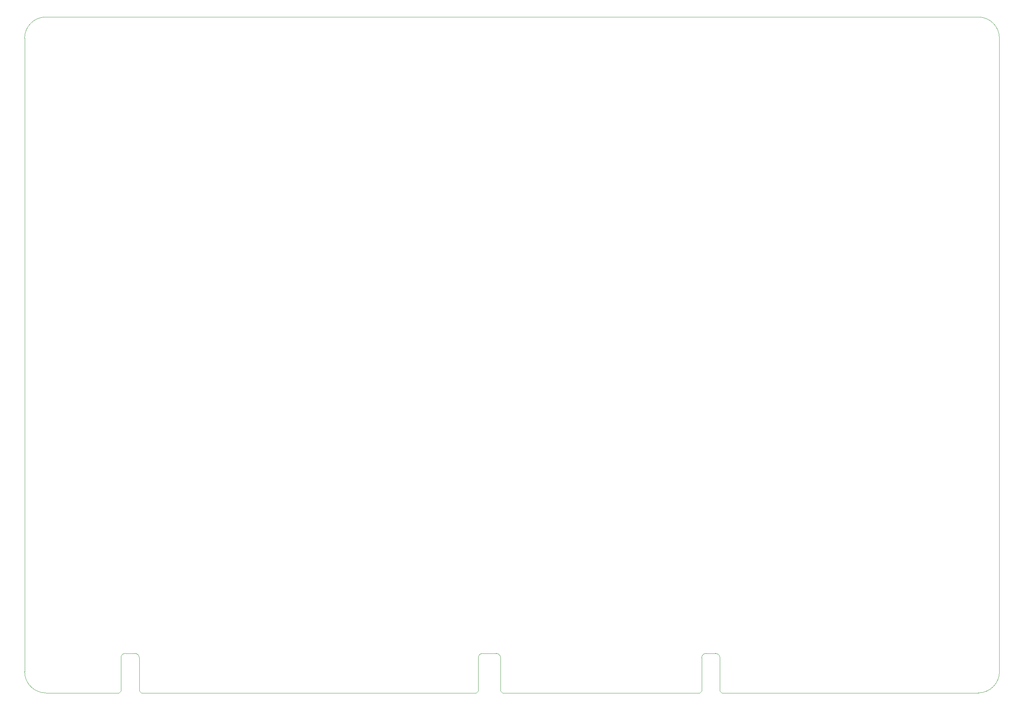
<source format=gm1>
%TF.GenerationSoftware,KiCad,Pcbnew,9.0.7-9.0.7~ubuntu24.04.1*%
%TF.CreationDate,2026-01-19T10:41:10+02:00*%
%TF.ProjectId,Coprocessor Board - Main,436f7072-6f63-4657-9373-6f7220426f61,V0*%
%TF.SameCoordinates,Original*%
%TF.FileFunction,Profile,NP*%
%FSLAX46Y46*%
G04 Gerber Fmt 4.6, Leading zero omitted, Abs format (unit mm)*
G04 Created by KiCad (PCBNEW 9.0.7-9.0.7~ubuntu24.04.1) date 2026-01-19 10:41:10*
%MOMM*%
%LPD*%
G01*
G04 APERTURE LIST*
%TA.AperFunction,Profile*%
%ADD10C,0.100000*%
%TD*%
G04 APERTURE END LIST*
D10*
X203417898Y-1D02*
G75*
G02*
X198337898Y-5079998I-5079998J1D01*
G01*
X-29921200Y0D02*
X-29929200Y151765000D01*
X198337898Y-5080000D02*
X137020096Y-5080000D01*
X198329900Y156845000D02*
X-24849200Y156845000D01*
X-29929200Y151765000D02*
G75*
G02*
X-24849200Y156845000I5080002J-2D01*
G01*
X-24841200Y-5080000D02*
G75*
G02*
X-29921200Y0I2J5080002D01*
G01*
X203409219Y-1D02*
X203409219Y151765000D01*
X-7366000Y-5080000D02*
X-24841200Y-5080001D01*
X198329897Y156845000D02*
G75*
G02*
X203409900Y151765000I3J-5080000D01*
G01*
%TO.C,J1*%
X135443048Y4386799D02*
G75*
G02*
X136520099Y3320000I5152J-1071899D01*
G01*
X132133048Y3320000D02*
G75*
G02*
X133210096Y4386852I1071952J-5100D01*
G01*
X82931000Y4386799D02*
G75*
G02*
X84007999Y3320000I5100J-1071899D01*
G01*
X78674048Y3320000D02*
G75*
G02*
X79751096Y4386852I1071952J-5100D01*
G01*
X-3556000Y4399799D02*
G75*
G02*
X-2478951Y3333000I5130J-1071919D01*
G01*
X-6866000Y3333000D02*
G75*
G02*
X-5788952Y4399799I1071932J-5133D01*
G01*
X136520096Y-4580000D02*
X137020096Y-5080000D01*
X136520096Y3320000D02*
X136520096Y-4580000D01*
X133210096Y4386799D02*
X135443048Y4386799D01*
X132133048Y-4580000D02*
X131633048Y-5080000D01*
X132133048Y3320000D02*
X132133048Y-4580000D01*
X131633048Y-5080000D02*
X84508048Y-5080000D01*
X84008048Y-4580000D02*
X84508048Y-5080000D01*
X84008048Y3320000D02*
X84008048Y-4580000D01*
X79751096Y4386799D02*
X82931000Y4386799D01*
X78674048Y-4580000D02*
X78174048Y-5080000D01*
X78674048Y3320000D02*
X78674048Y-4580000D01*
X78174048Y-5080000D02*
X-1978952Y-5080000D01*
X-2478952Y-4580000D02*
X-1978952Y-5080000D01*
X-2478952Y3333000D02*
X-2478952Y-4580000D01*
X-3556000Y4399799D02*
X-5788952Y4399799D01*
X-6866000Y-4580000D02*
X-7366000Y-5080000D01*
X-6866000Y3333000D02*
X-6866000Y-4580000D01*
%TD*%
M02*

</source>
